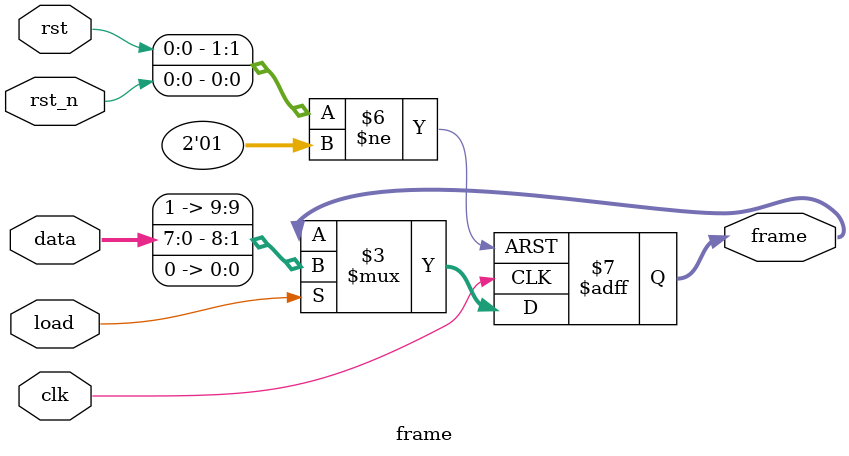
<source format=v>
module frame (
    input  wire       clk,
    input  wire       rst_n,
    input  wire       rst,
    input  wire       load,        // load new byte
    input  wire [7:0] data,
    output reg [9:0]  frame        // [stop][data][start]
);
    always @(posedge clk or negedge rst_n or posedge rst) begin
        if (!rst_n) 
        begin
            frame  <= 10'b11_1111_1111;
        end
        else if(rst)
        begin
            frame  <= 10'b11_1111_1111;
        end else if (load) begin
            frame  <= {1'b1, data, 1'b0}; // stop, data, start LMB
        end
    end
endmodule

</source>
